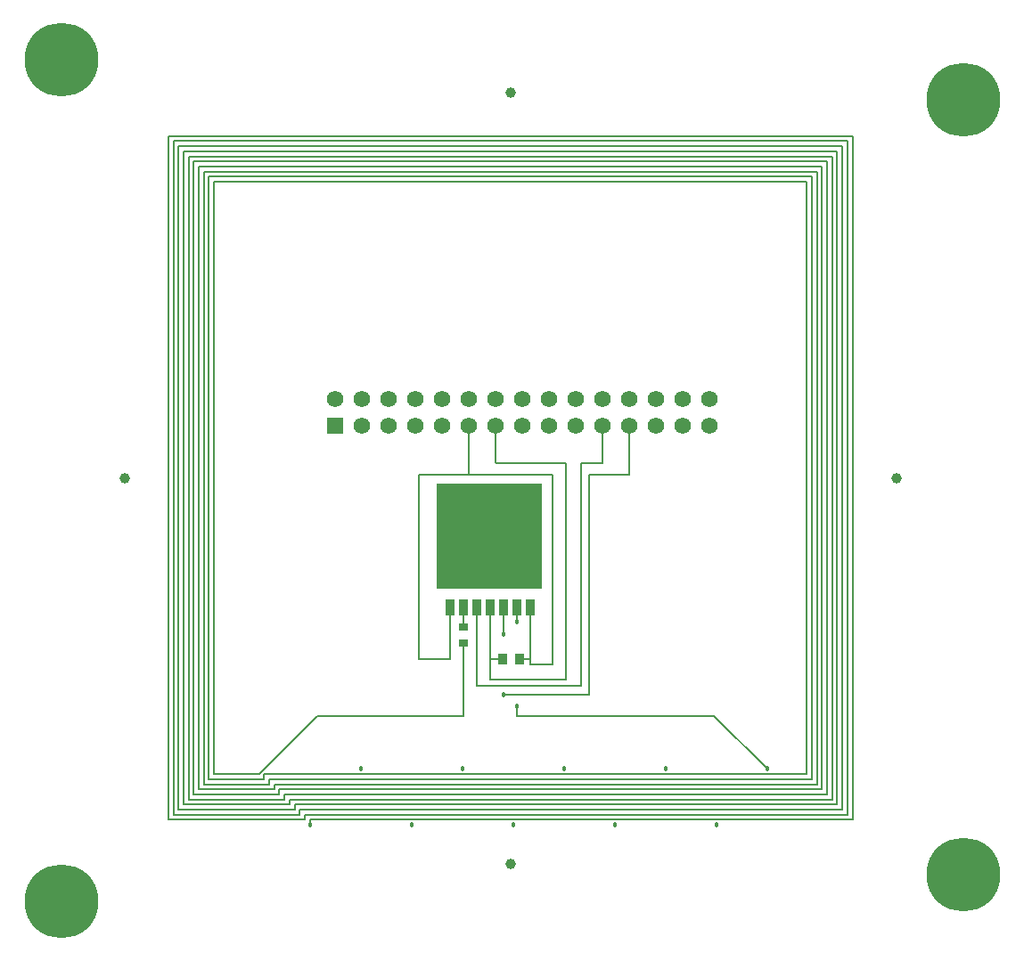
<source format=gtl>
%FSAX24Y24*%
%MOIN*%
G70*
G01*
G75*
G04 Layer_Physical_Order=1*
G04 Layer_Color=61183*
%ADD10R,0.0354X0.0394*%
%ADD11R,0.3937X0.3937*%
%ADD12R,0.0366X0.0600*%
%ADD13C,0.0394*%
%ADD14R,0.0354X0.0276*%
%ADD15C,0.0080*%
%ADD16C,0.0620*%
%ADD17R,0.0620X0.0620*%
%ADD18C,0.2756*%
%ADD19C,0.0118*%
%ADD20C,0.0180*%
D10*
X031565Y024452D02*
D03*
X032195D02*
D03*
D11*
X031071Y029026D02*
D03*
D12*
X032574Y026384D02*
D03*
X032074D02*
D03*
X031574D02*
D03*
X031074D02*
D03*
X030574D02*
D03*
X030074D02*
D03*
X029574D02*
D03*
D13*
X017410Y031217D02*
D03*
X031845Y045651D02*
D03*
X046280Y031217D02*
D03*
X031845Y016782D02*
D03*
D14*
X030074Y025038D02*
D03*
Y025629D02*
D03*
D15*
X034474Y031784D02*
X035300D01*
Y033171D01*
X034774Y031334D02*
X036274D01*
X031300Y031791D02*
X031307Y031784D01*
X031300Y031791D02*
Y033171D01*
X030300Y031334D02*
X033424D01*
X028424D02*
X030300D01*
Y033171D01*
X024615Y022301D02*
X026550D01*
X037520D02*
X039465D01*
X033424Y024234D02*
Y031334D01*
X032574Y024234D02*
X033424D01*
X033924Y023684D02*
Y031784D01*
X031074Y023684D02*
X033924D01*
X031307Y031784D02*
X033924D01*
X031574Y026384D02*
X031580Y026378D01*
Y025371D02*
Y026378D01*
X032074Y022301D02*
Y022684D01*
X030074Y022301D02*
Y025038D01*
X032574Y024452D02*
Y026384D01*
Y024234D02*
Y024452D01*
X032195D02*
X032574D01*
X031074D02*
Y026384D01*
Y023684D02*
Y024452D01*
X031565D01*
X031580Y023102D02*
X034774D01*
Y031334D01*
X036274D02*
Y033184D01*
X034474Y023434D02*
Y031784D01*
X030574Y023434D02*
Y026384D01*
X030074Y026384D02*
X030074Y026384D01*
X030074Y025629D02*
Y026384D01*
X029574Y024434D02*
Y026384D01*
X032074Y025834D02*
Y026384D01*
X028424Y024434D02*
Y031334D01*
Y024434D02*
X029574D01*
X030574Y023434D02*
X034474D01*
X026555Y022301D02*
X030074D01*
X039465D02*
X041445Y020321D01*
X032074Y022301D02*
X037525D01*
X022445Y020131D02*
X024615Y022301D01*
X023015Y019751D02*
X043310D01*
X019050Y018421D02*
X024155D01*
X019240Y018611D02*
X023965D01*
X019430Y018801D02*
X023775D01*
X019620Y018991D02*
X023585D01*
X019810Y019181D02*
X023395D01*
X020000Y019371D02*
X023205D01*
X020190Y019561D02*
X023015D01*
X020380Y019751D02*
X022825D01*
X020570Y019941D02*
X022635D01*
X024155Y018421D02*
Y018611D01*
X023965D02*
Y018801D01*
X023775D02*
Y018991D01*
X023585D02*
Y019181D01*
X023395D02*
Y019371D01*
X023205D02*
Y019561D01*
X023015D02*
Y019751D01*
X022825D02*
Y019941D01*
X022635D02*
Y020131D01*
X042930D01*
X020760D02*
X022445D01*
X020570Y019941D02*
Y042492D01*
X024155Y018611D02*
X044450D01*
X023965Y018801D02*
X044260D01*
X023585Y019181D02*
X043880D01*
X023775Y018991D02*
X044070D01*
X023205Y019561D02*
X043500D01*
X023395Y019371D02*
X043690D01*
X022825Y019941D02*
X043120D01*
X044450Y018611D02*
Y043822D01*
X019240D02*
X044450D01*
X044260Y018801D02*
Y043632D01*
X019430D02*
X044260D01*
X019810Y043252D02*
X043880D01*
Y019181D02*
Y043252D01*
X019620Y043442D02*
X044070D01*
Y018991D02*
Y043442D01*
X020190Y042872D02*
X043500D01*
Y019561D02*
Y042872D01*
X020000Y043062D02*
X043690D01*
Y019371D02*
Y043062D01*
X020570Y042492D02*
X043120D01*
Y019941D02*
Y042492D01*
X020380Y042682D02*
X043310D01*
Y019751D02*
Y042682D01*
X020760Y042302D02*
X042930D01*
Y020131D02*
Y042302D01*
X019240Y018611D02*
Y043822D01*
X019430Y018801D02*
Y043632D01*
X019810Y019181D02*
Y043252D01*
X019620Y018991D02*
Y043442D01*
X020190Y019561D02*
Y042872D01*
X020000Y019371D02*
Y043062D01*
X020380Y019751D02*
Y042682D01*
X020760Y020131D02*
Y042302D01*
X019050Y018421D02*
Y044012D01*
X044640D01*
Y018421D02*
Y044012D01*
X024345Y018421D02*
X044640D01*
X024345Y018231D02*
Y018421D01*
D16*
X039300Y034171D02*
D03*
X038300D02*
D03*
X037300D02*
D03*
X036300D02*
D03*
X035300D02*
D03*
X034300D02*
D03*
X033300D02*
D03*
X032300D02*
D03*
X031300D02*
D03*
X030300D02*
D03*
X029300D02*
D03*
X028300D02*
D03*
X027300D02*
D03*
X026300D02*
D03*
X025300D02*
D03*
X039300Y033171D02*
D03*
X038300D02*
D03*
X037300D02*
D03*
X036300D02*
D03*
X035300D02*
D03*
X034300D02*
D03*
X033300D02*
D03*
X032300D02*
D03*
X031300D02*
D03*
X030300D02*
D03*
X029300D02*
D03*
X028300D02*
D03*
X027300D02*
D03*
X026300D02*
D03*
D17*
X025300D02*
D03*
D18*
X048786Y016354D02*
D03*
X015046Y015370D02*
D03*
X048786Y045370D02*
D03*
X015046Y046866D02*
D03*
D19*
X032724Y027373D02*
D03*
X032252D02*
D03*
X031779D02*
D03*
X031307D02*
D03*
X030834D02*
D03*
X030362D02*
D03*
X029889D02*
D03*
X029417D02*
D03*
X032724Y027855D02*
D03*
X032252D02*
D03*
X031779D02*
D03*
X031307D02*
D03*
X030834D02*
D03*
X030362D02*
D03*
X029889D02*
D03*
X029417D02*
D03*
X032724Y028317D02*
D03*
X032252D02*
D03*
X031779D02*
D03*
X031307D02*
D03*
X030834D02*
D03*
X030362D02*
D03*
X029889D02*
D03*
X029417D02*
D03*
X032724Y028790D02*
D03*
X032252D02*
D03*
X031779D02*
D03*
X031307D02*
D03*
X030834D02*
D03*
X030362D02*
D03*
X029889D02*
D03*
X029417D02*
D03*
X032724Y029262D02*
D03*
X032252D02*
D03*
X031779D02*
D03*
X031307D02*
D03*
X030834D02*
D03*
X030362D02*
D03*
X029889D02*
D03*
X029417D02*
D03*
X032724Y029735D02*
D03*
X032252D02*
D03*
X031779D02*
D03*
X031307D02*
D03*
X030834D02*
D03*
X030362D02*
D03*
X029889D02*
D03*
X029417D02*
D03*
X032724Y030207D02*
D03*
X032252D02*
D03*
X031779D02*
D03*
X031307D02*
D03*
X030834D02*
D03*
X030362D02*
D03*
X029889D02*
D03*
X029417D02*
D03*
X029889Y030680D02*
D03*
X029417D02*
D03*
X030362D02*
D03*
X032724D02*
D03*
X032252D02*
D03*
X031779D02*
D03*
X031307D02*
D03*
X030834D02*
D03*
D20*
X031580Y025371D02*
D03*
Y023102D02*
D03*
X032074Y025834D02*
D03*
Y022684D02*
D03*
X041445Y020321D02*
D03*
X024345Y018231D02*
D03*
X026245Y020321D02*
D03*
X028145Y018231D02*
D03*
X030045Y020321D02*
D03*
X031945Y018231D02*
D03*
X033845Y020321D02*
D03*
X035745Y018231D02*
D03*
X037645Y020321D02*
D03*
X039545Y018231D02*
D03*
M02*

</source>
